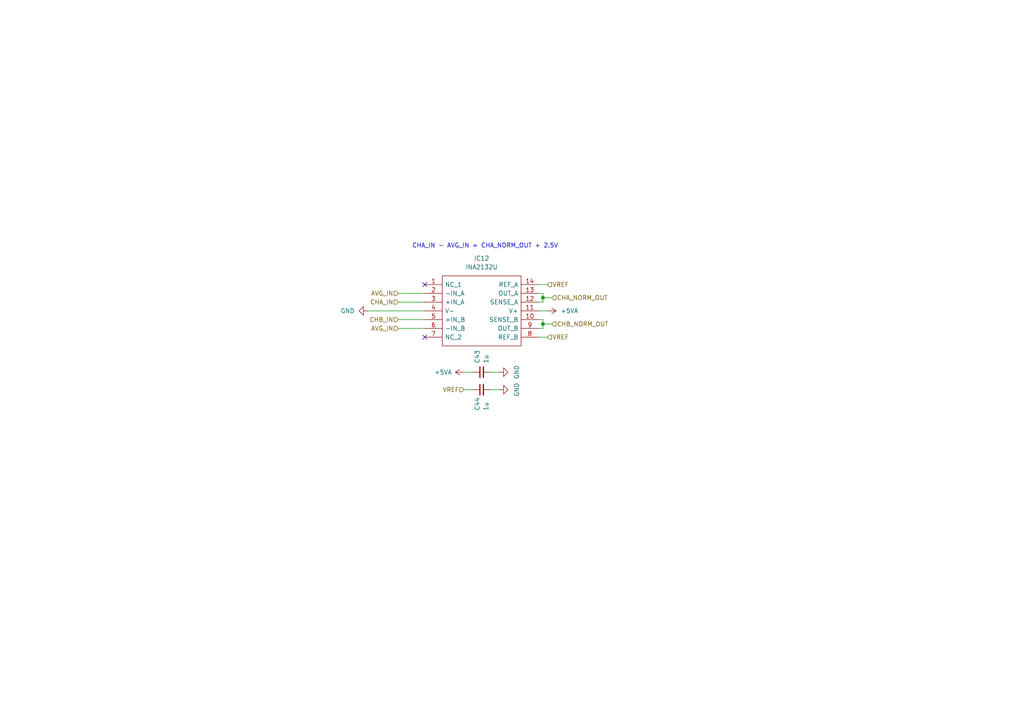
<source format=kicad_sch>
(kicad_sch (version 20231120) (generator "eeschema") (generator_version "8.0")
  (paper "A4")
  (lib_symbols
    (symbol "Device:C_Small" (pin_numbers hide) (pin_names (offset 0.254) hide)
      (property "Reference" "C" (at 0.254 1.778 0))
      (property "Value" "C_Small" (at 0.254 -2.032 0))
      (symbol "C_Small_0_1"
        (polyline (pts (xy -1.524 -0.508) (xy 1.524 -0.508)) (stroke (width 0.3302)))
        (polyline (pts (xy -1.524 0.508) (xy 1.524 0.508)) (stroke (width 0.3048)))
      )
      (symbol "C_Small_1_1"
        (pin passive line (at 0 2.54 270) (length 2.032) (name "~") (number "1"))
        (pin passive line (at 0 -2.54 90) (length 2.032) (name "~") (number "2"))
      )
    )
    (symbol "INA2132U:INA2132U" (pin_names (offset 0.762))
      (property "Reference" "IC" (at 29.21 7.62 0))
      (property "Value" "INA2132U" (at 29.21 5.08 0))
      (symbol "INA2132U_0_0"
        (pin passive line (at 0 0 0) (length 5.08) (name "NC_1") (number "1"))
        (pin passive line (at 33.02 -10.16 180) (length 5.08) (name "SENSE_B") (number "10"))
        (pin passive line (at 33.02 -7.62 180) (length 5.08) (name "V+") (number "11"))
        (pin passive line (at 33.02 -5.08 180) (length 5.08) (name "SENSE_A") (number "12"))
        (pin passive line (at 33.02 -2.54 180) (length 5.08) (name "OUT_A") (number "13"))
        (pin passive line (at 33.02 0 180) (length 5.08) (name "REF_A") (number "14"))
        (pin passive line (at 0 -2.54 0) (length 5.08) (name "-IN_A") (number "2"))
        (pin passive line (at 0 -5.08 0) (length 5.08) (name "+IN_A") (number "3"))
        (pin passive line (at 0 -7.62 0) (length 5.08) (name "V-") (number "4"))
        (pin passive line (at 0 -10.16 0) (length 5.08) (name "+IN_B") (number "5"))
        (pin passive line (at 0 -12.7 0) (length 5.08) (name "-IN_B") (number "6"))
        (pin passive line (at 0 -15.24 0) (length 5.08) (name "NC_2") (number "7"))
        (pin passive line (at 33.02 -15.24 180) (length 5.08) (name "REF_B") (number "8"))
        (pin passive line (at 33.02 -12.7 180) (length 5.08) (name "OUT_B") (number "9"))
      )
      (symbol "INA2132U_0_1"
        (polyline (pts (xy 5.08 2.54) (xy 27.94 2.54) (xy 27.94 -17.78) (xy 5.08 -17.78) (xy 5.08 2.54)) (stroke (width 0.1524)))
      )
    )
    (symbol "power:+5VA" (power) (pin_numbers hide) (pin_names (offset 0) hide)
      (property "Value" "+5VA" (at 0 3.556 0))
      (symbol "+5VA_0_1"
        (polyline (pts (xy -0.762 1.27) (xy 0 2.54)))
        (polyline (pts (xy 0 0) (xy 0 2.54)))
        (polyline (pts (xy 0 2.54) (xy 0.762 1.27)))
      )
      (symbol "+5VA_1_1"
        (pin power_in line (at 0 0 90) (length 0) (name "~") (number "1"))
      )
    )
    (symbol "power:GND" (power) (pin_numbers hide) (pin_names (offset 0) hide)
      (property "Value" "GND" (at 0 -3.81 0))
      (symbol "GND_0_1"
        (polyline (pts (xy 0 0) (xy 0 -1.27) (xy 1.27 -1.27) (xy 0 -2.54) (xy -1.27 -1.27) (xy 0 -1.27)))
      )
      (symbol "GND_1_1"
        (pin power_in line (at 0 0 270) (length 0) (name "~") (number "1"))
      )
    )
  )
  (junction (at 157.48 93.98))
  (junction (at 157.48 86.36))
  (no_connect (at 123.19 97.79))
  (no_connect (at 123.19 82.55))
  (wire (pts (xy 156.21 82.55) (xy 158.75 82.55)))
  (wire (pts (xy 134.62 107.95) (xy 137.16 107.95)))
  (wire (pts (xy 115.57 87.63) (xy 123.19 87.63)))
  (wire (pts (xy 157.48 85.09) (xy 157.48 86.36)))
  (wire (pts (xy 142.24 113.03) (xy 144.78 113.03)))
  (wire (pts (xy 156.21 97.79) (xy 158.75 97.79)))
  (wire (pts (xy 157.48 93.98) (xy 160.02 93.98)))
  (wire (pts (xy 156.21 87.63) (xy 157.48 87.63)))
  (wire (pts (xy 157.48 93.98) (xy 157.48 92.71)))
  (wire (pts (xy 115.57 85.09) (xy 123.19 85.09)))
  (wire (pts (xy 106.68 90.17) (xy 123.19 90.17)))
  (wire (pts (xy 142.24 107.95) (xy 144.78 107.95)))
  (wire (pts (xy 156.21 95.25) (xy 157.48 95.25)))
  (wire (pts (xy 157.48 86.36) (xy 157.48 87.63)))
  (wire (pts (xy 115.57 92.71) (xy 123.19 92.71)))
  (wire (pts (xy 157.48 95.25) (xy 157.48 93.98)))
  (wire (pts (xy 156.21 85.09) (xy 157.48 85.09)))
  (wire (pts (xy 156.21 90.17) (xy 158.75 90.17)))
  (wire (pts (xy 157.48 92.71) (xy 156.21 92.71)))
  (wire (pts (xy 157.48 86.36) (xy 160.02 86.36)))
  (wire (pts (xy 115.57 95.25) (xy 123.19 95.25)))
  (wire (pts (xy 134.62 113.03) (xy 137.16 113.03)))
  (text "CHA_IN - AVG_IN = CHA_NORM_OUT + 2.5V" (at 140.716 71.374 0) (effects (font (size 1.27 1.27))))
  (hierarchical_label "CHB_NORM_OUT" (shape input) (at 160.02 93.98 0))
  (hierarchical_label "AVG_IN" (shape input) (at 115.57 95.25 180))
  (hierarchical_label "VREF" (shape input) (at 158.75 97.79 0))
  (hierarchical_label "CHA_NORM_OUT" (shape input) (at 160.02 86.36 0))
  (hierarchical_label "CHB_IN" (shape input) (at 115.57 92.71 180))
  (hierarchical_label "CHA_IN" (shape input) (at 115.57 87.63 180))
  (hierarchical_label "VREF" (shape input) (at 134.62 113.03 180))
  (hierarchical_label "VREF" (shape input) (at 158.75 82.55 0))
  (hierarchical_label "AVG_IN" (shape input) (at 115.57 85.09 180))
  (symbol (lib_id "power:GND") (at 144.78 107.95 90) (unit 1)
    (property "Reference" "#PWR086" (effects (hide yes)))
    (property "Value" "GND" (at 149.86 107.95 0))
    (property "Description" "Power symbol creates a global label with name \"GND\" , ground" (effects (hide yes)))
    (instances (project "speckle_amp_pcb_rev2" (path "" (reference "#PWR086") (unit 1)) (path "" (reference "#PWR078") (unit 1)) (path "" (reference "#PWR094") (unit 1)) (path "" (reference "#PWR0102") (unit 1))))
  )
  (symbol (lib_id "INA2132U:INA2132U") (at 123.19 82.55 0) (unit 1)
    (property "Reference" "IC12" (at 139.7 74.93 0))
    (property "Value" "INA2132U" (at 139.7 77.47 0))
    (property "Footprint" "SOIC127P600X175-14N" (effects (hide yes)))
    (property "Datasheet" "http://www.ti.com/lit/gpn/INA2132" (effects (hide yes)))
    (property "Description" "Dual, Low Power, Single-Supply Difference Amplifier" (effects (hide yes)))
    (property "Height" "1.75" (effects (hide yes)))
    (property "Manufacturer_Name" "Texas Instruments" (effects (hide yes)))
    (property "Manufacturer_Part_Number" "INA2132U" (effects (hide yes)))
    (property "Mouser Part Number" "595-INA2132U" (effects (hide yes)))
    (property "Mouser Price/Stock" "https://www.mouser.co.uk/ProductDetail/Texas-Instruments/INA2132U?qs=VBduBm9rCJSZzZNOvDKsIw%3D%3D" (effects (hide yes)))
    (property "Arrow Part Number" "INA2132U" (effects (hide yes)))
    (property "Arrow Price/Stock" "https://www.arrow.com/en/products/ina2132u/texas-instruments?region=nac" (effects (hide yes)))
    (instances (project "speckle_amp_pcb_rev2" (path "" (reference "IC12") (unit 1)) (path "" (reference "IC11") (unit 1)) (path "" (reference "IC13") (unit 1)) (path "" (reference "IC14") (unit 1))))
  )
  (symbol (lib_id "Device:C_Small") (at 139.7 107.95 90) (unit 1)
    (property "Reference" "C43" (at 138.4362 105.41 0) (effects (justify left)))
    (property "Value" "1u" (at 140.9762 105.41 0) (effects (justify left)))
    (property "Description" "Unpolarized capacitor, small symbol" (effects (hide yes)))
    (instances (project "speckle_amp_pcb_rev2" (path "" (reference "C43") (unit 1)) (path "" (reference "C41") (unit 1)) (path "" (reference "C45") (unit 1)) (path "" (reference "C47") (unit 1))))
  )
  (symbol (lib_id "power:+5VA") (at 134.62 107.95 90) (unit 1)
    (property "Reference" "#PWR084" (effects (hide yes)))
    (property "Value" "+5VA" (at 128.524 107.95 90))
    (property "Description" "Power symbol creates a global label with name \"+5VA\"" (effects (hide yes)))
    (instances (project "speckle_amp_pcb_rev2" (path "" (reference "#PWR084") (unit 1)) (path "" (reference "#PWR076") (unit 1)) (path "" (reference "#PWR092") (unit 1)) (path "" (reference "#PWR0100") (unit 1))))
  )
  (symbol (lib_id "power:GND") (at 144.78 113.03 90) (unit 1)
    (property "Reference" "#PWR087" (effects (hide yes)))
    (property "Value" "GND" (at 149.86 113.03 0))
    (property "Description" "Power symbol creates a global label with name \"GND\" , ground" (effects (hide yes)))
    (instances (project "speckle_amp_pcb_rev2" (path "" (reference "#PWR087") (unit 1)) (path "" (reference "#PWR079") (unit 1)) (path "" (reference "#PWR095") (unit 1)) (path "" (reference "#PWR0103") (unit 1))))
  )
  (symbol (lib_id "power:+5VA") (at 158.75 90.17 270) (unit 1)
    (property "Reference" "#PWR089" (effects (hide yes)))
    (property "Value" "+5VA" (at 162.56 90.1699 90) (effects (justify left)))
    (property "Description" "Power symbol creates a global label with name \"+5VA\"" (effects (hide yes)))
    (instances (project "speckle_amp_pcb_rev2" (path "" (reference "#PWR089") (unit 1)) (path "" (reference "#PWR081") (unit 1)) (path "" (reference "#PWR097") (unit 1)) (path "" (reference "#PWR0105") (unit 1))))
  )
  (symbol (lib_id "power:GND") (at 106.68 90.17 270) (unit 1)
    (property "Reference" "#PWR083" (effects (hide yes)))
    (property "Value" "GND" (at 102.87 90.1699 90) (effects (justify right)))
    (property "Description" "Power symbol creates a global label with name \"GND\" , ground" (effects (hide yes)))
    (instances (project "speckle_amp_pcb_rev2" (path "" (reference "#PWR083") (unit 1)) (path "" (reference "#PWR075") (unit 1)) (path "" (reference "#PWR091") (unit 1)) (path "" (reference "#PWR099") (unit 1))))
  )
  (symbol (lib_id "Device:C_Small") (at 139.7 113.03 90) (unit 1)
    (property "Reference" "C44" (at 138.43 119.126 0) (effects (justify left)))
    (property "Value" "1u" (at 140.97 119.126 0) (effects (justify left)))
    (property "Description" "Unpolarized capacitor, small symbol" (effects (hide yes)))
    (instances (project "speckle_amp_pcb_rev2" (path "" (reference "C44") (unit 1)) (path "" (reference "C42") (unit 1)) (path "" (reference "C46") (unit 1)) (path "" (reference "C48") (unit 1))))
  )
)
</source>
